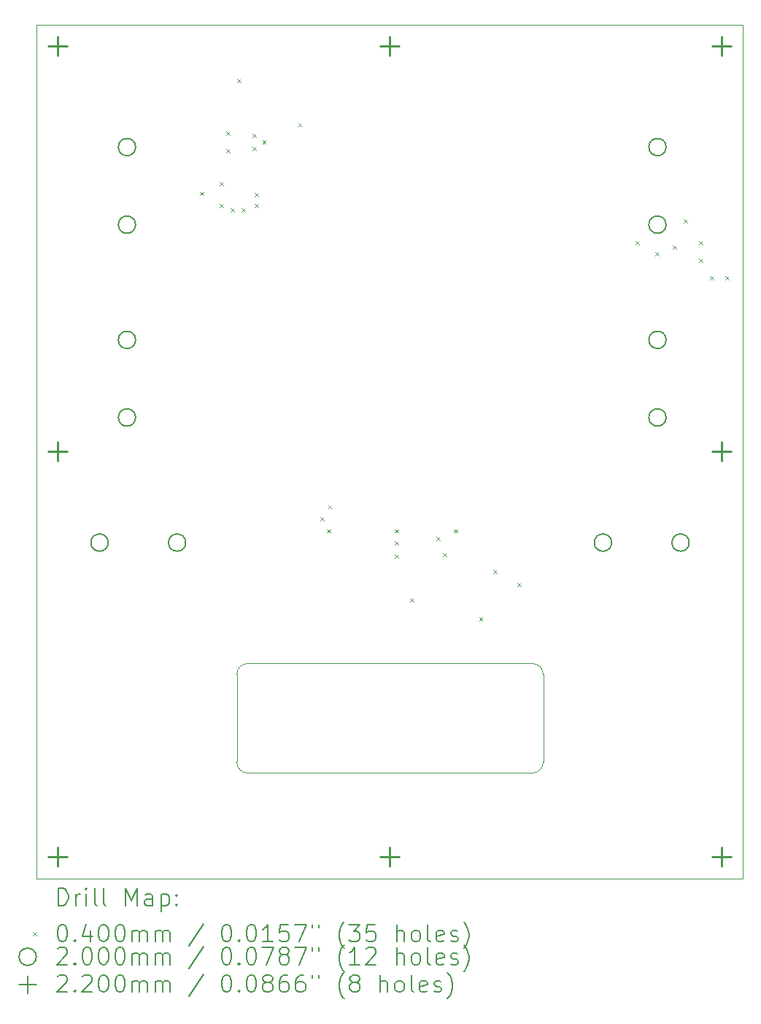
<source format=gbr>
%FSLAX45Y45*%
G04 Gerber Fmt 4.5, Leading zero omitted, Abs format (unit mm)*
G04 Created by KiCad (PCBNEW (6.0.5)) date 2022-07-09 16:35:08*
%MOMM*%
%LPD*%
G01*
G04 APERTURE LIST*
%TA.AperFunction,Profile*%
%ADD10C,0.050000*%
%TD*%
%ADD11C,0.200000*%
%ADD12C,0.040000*%
%ADD13C,0.220000*%
G04 APERTURE END LIST*
D10*
X12065000Y-13081000D02*
X12065000Y-12065000D01*
X15621000Y-12065000D02*
X15621000Y-13081000D01*
X12192000Y-11938000D02*
X15494000Y-11938000D01*
X15494000Y-13208000D02*
X12192000Y-13208000D01*
X9740000Y-14431000D02*
X9740000Y-4531000D01*
X17940000Y-4531000D02*
X9740000Y-4531000D01*
X9740000Y-14431000D02*
X17940000Y-14431000D01*
X17940000Y-14431000D02*
X17940000Y-4531000D01*
X15621000Y-12065000D02*
G75*
G03*
X15494000Y-11938000I-127000J0D01*
G01*
X12065000Y-13081000D02*
G75*
G03*
X12192000Y-13208000I127000J0D01*
G01*
X12192000Y-11938000D02*
G75*
G03*
X12065000Y-12065000I0J-127000D01*
G01*
X15494000Y-13208000D02*
G75*
G03*
X15621000Y-13081000I0J127000D01*
G01*
D11*
D12*
X11638600Y-6469700D02*
X11678600Y-6509700D01*
X11678600Y-6469700D02*
X11638600Y-6509700D01*
X11867200Y-6355400D02*
X11907200Y-6395400D01*
X11907200Y-6355400D02*
X11867200Y-6395400D01*
X11867200Y-6609400D02*
X11907200Y-6649400D01*
X11907200Y-6609400D02*
X11867200Y-6649400D01*
X11943400Y-5771200D02*
X11983400Y-5811200D01*
X11983400Y-5771200D02*
X11943400Y-5811200D01*
X11943400Y-5974400D02*
X11983400Y-6014400D01*
X11983400Y-5974400D02*
X11943400Y-6014400D01*
X11994200Y-6660200D02*
X12034200Y-6700200D01*
X12034200Y-6660200D02*
X11994200Y-6700200D01*
X12071000Y-5162200D02*
X12111000Y-5202200D01*
X12111000Y-5162200D02*
X12071000Y-5202200D01*
X12121200Y-6660200D02*
X12161200Y-6700200D01*
X12161200Y-6660200D02*
X12121200Y-6700200D01*
X12248200Y-5796600D02*
X12288200Y-5836600D01*
X12288200Y-5796600D02*
X12248200Y-5836600D01*
X12248200Y-5949000D02*
X12288200Y-5989000D01*
X12288200Y-5949000D02*
X12248200Y-5989000D01*
X12273600Y-6482400D02*
X12313600Y-6522400D01*
X12313600Y-6482400D02*
X12273600Y-6522400D01*
X12273600Y-6609400D02*
X12313600Y-6649400D01*
X12313600Y-6609400D02*
X12273600Y-6649400D01*
X12362500Y-5872800D02*
X12402500Y-5912800D01*
X12402500Y-5872800D02*
X12362500Y-5912800D01*
X12776800Y-5674400D02*
X12816800Y-5714400D01*
X12816800Y-5674400D02*
X12776800Y-5714400D01*
X13035600Y-10241600D02*
X13075600Y-10281600D01*
X13075600Y-10241600D02*
X13035600Y-10281600D01*
X13111800Y-10381300D02*
X13151800Y-10421300D01*
X13151800Y-10381300D02*
X13111800Y-10421300D01*
X13124500Y-10101900D02*
X13164500Y-10141900D01*
X13164500Y-10101900D02*
X13124500Y-10141900D01*
X13899200Y-10381300D02*
X13939200Y-10421300D01*
X13939200Y-10381300D02*
X13899200Y-10421300D01*
X13899200Y-10521000D02*
X13939200Y-10561000D01*
X13939200Y-10521000D02*
X13899200Y-10561000D01*
X13899200Y-10673400D02*
X13939200Y-10713400D01*
X13939200Y-10673400D02*
X13899200Y-10713400D01*
X14077000Y-11181400D02*
X14117000Y-11221400D01*
X14117000Y-11181400D02*
X14077000Y-11221400D01*
X14381800Y-10470200D02*
X14421800Y-10510200D01*
X14421800Y-10470200D02*
X14381800Y-10510200D01*
X14459821Y-10658879D02*
X14499821Y-10698879D01*
X14499821Y-10658879D02*
X14459821Y-10698879D01*
X14585000Y-10381300D02*
X14625000Y-10421300D01*
X14625000Y-10381300D02*
X14585000Y-10421300D01*
X14877100Y-11403650D02*
X14917100Y-11443650D01*
X14917100Y-11403650D02*
X14877100Y-11443650D01*
X15040700Y-10849700D02*
X15080700Y-10889700D01*
X15080700Y-10849700D02*
X15040700Y-10889700D01*
X15321600Y-11003600D02*
X15361600Y-11043600D01*
X15361600Y-11003600D02*
X15321600Y-11043600D01*
X16693200Y-7041200D02*
X16733200Y-7081200D01*
X16733200Y-7041200D02*
X16693200Y-7081200D01*
X16921800Y-7168200D02*
X16961800Y-7208200D01*
X16961800Y-7168200D02*
X16921800Y-7208200D01*
X17125000Y-7092000D02*
X17165000Y-7132000D01*
X17165000Y-7092000D02*
X17125000Y-7132000D01*
X17252000Y-6787200D02*
X17292000Y-6827200D01*
X17292000Y-6787200D02*
X17252000Y-6827200D01*
X17429800Y-7041200D02*
X17469800Y-7081200D01*
X17469800Y-7041200D02*
X17429800Y-7081200D01*
X17429800Y-7244400D02*
X17469800Y-7284400D01*
X17469800Y-7244400D02*
X17429800Y-7284400D01*
X17556800Y-7447600D02*
X17596800Y-7487600D01*
X17596800Y-7447600D02*
X17556800Y-7487600D01*
X17734600Y-7447600D02*
X17774600Y-7487600D01*
X17774600Y-7447600D02*
X17734600Y-7487600D01*
D11*
X10572000Y-10536400D02*
G75*
G03*
X10572000Y-10536400I-100000J0D01*
G01*
X10890400Y-5950800D02*
G75*
G03*
X10890400Y-5950800I-100000J0D01*
G01*
X10890400Y-6850800D02*
G75*
G03*
X10890400Y-6850800I-100000J0D01*
G01*
X10890400Y-8186000D02*
G75*
G03*
X10890400Y-8186000I-100000J0D01*
G01*
X10890400Y-9086000D02*
G75*
G03*
X10890400Y-9086000I-100000J0D01*
G01*
X11472000Y-10536400D02*
G75*
G03*
X11472000Y-10536400I-100000J0D01*
G01*
X16414000Y-10536400D02*
G75*
G03*
X16414000Y-10536400I-100000J0D01*
G01*
X17046400Y-5950800D02*
G75*
G03*
X17046400Y-5950800I-100000J0D01*
G01*
X17046400Y-6850800D02*
G75*
G03*
X17046400Y-6850800I-100000J0D01*
G01*
X17046400Y-8186000D02*
G75*
G03*
X17046400Y-8186000I-100000J0D01*
G01*
X17046400Y-9086000D02*
G75*
G03*
X17046400Y-9086000I-100000J0D01*
G01*
X17314000Y-10536400D02*
G75*
G03*
X17314000Y-10536400I-100000J0D01*
G01*
D13*
X9990000Y-4671000D02*
X9990000Y-4891000D01*
X9880000Y-4781000D02*
X10100000Y-4781000D01*
X9990000Y-9371000D02*
X9990000Y-9591000D01*
X9880000Y-9481000D02*
X10100000Y-9481000D01*
X9990000Y-14071000D02*
X9990000Y-14291000D01*
X9880000Y-14181000D02*
X10100000Y-14181000D01*
X13840000Y-4671000D02*
X13840000Y-4891000D01*
X13730000Y-4781000D02*
X13950000Y-4781000D01*
X13840000Y-14071000D02*
X13840000Y-14291000D01*
X13730000Y-14181000D02*
X13950000Y-14181000D01*
X17690000Y-4671000D02*
X17690000Y-4891000D01*
X17580000Y-4781000D02*
X17800000Y-4781000D01*
X17690000Y-9371000D02*
X17690000Y-9591000D01*
X17580000Y-9481000D02*
X17800000Y-9481000D01*
X17690000Y-14071000D02*
X17690000Y-14291000D01*
X17580000Y-14181000D02*
X17800000Y-14181000D01*
D11*
X9995119Y-14743976D02*
X9995119Y-14543976D01*
X10042738Y-14543976D01*
X10071310Y-14553500D01*
X10090357Y-14572548D01*
X10099881Y-14591595D01*
X10109405Y-14629690D01*
X10109405Y-14658262D01*
X10099881Y-14696357D01*
X10090357Y-14715405D01*
X10071310Y-14734452D01*
X10042738Y-14743976D01*
X9995119Y-14743976D01*
X10195119Y-14743976D02*
X10195119Y-14610643D01*
X10195119Y-14648738D02*
X10204643Y-14629690D01*
X10214167Y-14620167D01*
X10233214Y-14610643D01*
X10252262Y-14610643D01*
X10318929Y-14743976D02*
X10318929Y-14610643D01*
X10318929Y-14543976D02*
X10309405Y-14553500D01*
X10318929Y-14563024D01*
X10328452Y-14553500D01*
X10318929Y-14543976D01*
X10318929Y-14563024D01*
X10442738Y-14743976D02*
X10423690Y-14734452D01*
X10414167Y-14715405D01*
X10414167Y-14543976D01*
X10547500Y-14743976D02*
X10528452Y-14734452D01*
X10518929Y-14715405D01*
X10518929Y-14543976D01*
X10776071Y-14743976D02*
X10776071Y-14543976D01*
X10842738Y-14686833D01*
X10909405Y-14543976D01*
X10909405Y-14743976D01*
X11090357Y-14743976D02*
X11090357Y-14639214D01*
X11080833Y-14620167D01*
X11061786Y-14610643D01*
X11023690Y-14610643D01*
X11004643Y-14620167D01*
X11090357Y-14734452D02*
X11071310Y-14743976D01*
X11023690Y-14743976D01*
X11004643Y-14734452D01*
X10995119Y-14715405D01*
X10995119Y-14696357D01*
X11004643Y-14677309D01*
X11023690Y-14667786D01*
X11071310Y-14667786D01*
X11090357Y-14658262D01*
X11185595Y-14610643D02*
X11185595Y-14810643D01*
X11185595Y-14620167D02*
X11204643Y-14610643D01*
X11242738Y-14610643D01*
X11261786Y-14620167D01*
X11271309Y-14629690D01*
X11280833Y-14648738D01*
X11280833Y-14705881D01*
X11271309Y-14724928D01*
X11261786Y-14734452D01*
X11242738Y-14743976D01*
X11204643Y-14743976D01*
X11185595Y-14734452D01*
X11366548Y-14724928D02*
X11376071Y-14734452D01*
X11366548Y-14743976D01*
X11357024Y-14734452D01*
X11366548Y-14724928D01*
X11366548Y-14743976D01*
X11366548Y-14620167D02*
X11376071Y-14629690D01*
X11366548Y-14639214D01*
X11357024Y-14629690D01*
X11366548Y-14620167D01*
X11366548Y-14639214D01*
D12*
X9697500Y-15053500D02*
X9737500Y-15093500D01*
X9737500Y-15053500D02*
X9697500Y-15093500D01*
D11*
X10033214Y-14963976D02*
X10052262Y-14963976D01*
X10071310Y-14973500D01*
X10080833Y-14983024D01*
X10090357Y-15002071D01*
X10099881Y-15040167D01*
X10099881Y-15087786D01*
X10090357Y-15125881D01*
X10080833Y-15144928D01*
X10071310Y-15154452D01*
X10052262Y-15163976D01*
X10033214Y-15163976D01*
X10014167Y-15154452D01*
X10004643Y-15144928D01*
X9995119Y-15125881D01*
X9985595Y-15087786D01*
X9985595Y-15040167D01*
X9995119Y-15002071D01*
X10004643Y-14983024D01*
X10014167Y-14973500D01*
X10033214Y-14963976D01*
X10185595Y-15144928D02*
X10195119Y-15154452D01*
X10185595Y-15163976D01*
X10176071Y-15154452D01*
X10185595Y-15144928D01*
X10185595Y-15163976D01*
X10366548Y-15030643D02*
X10366548Y-15163976D01*
X10318929Y-14954452D02*
X10271310Y-15097309D01*
X10395119Y-15097309D01*
X10509405Y-14963976D02*
X10528452Y-14963976D01*
X10547500Y-14973500D01*
X10557024Y-14983024D01*
X10566548Y-15002071D01*
X10576071Y-15040167D01*
X10576071Y-15087786D01*
X10566548Y-15125881D01*
X10557024Y-15144928D01*
X10547500Y-15154452D01*
X10528452Y-15163976D01*
X10509405Y-15163976D01*
X10490357Y-15154452D01*
X10480833Y-15144928D01*
X10471310Y-15125881D01*
X10461786Y-15087786D01*
X10461786Y-15040167D01*
X10471310Y-15002071D01*
X10480833Y-14983024D01*
X10490357Y-14973500D01*
X10509405Y-14963976D01*
X10699881Y-14963976D02*
X10718929Y-14963976D01*
X10737976Y-14973500D01*
X10747500Y-14983024D01*
X10757024Y-15002071D01*
X10766548Y-15040167D01*
X10766548Y-15087786D01*
X10757024Y-15125881D01*
X10747500Y-15144928D01*
X10737976Y-15154452D01*
X10718929Y-15163976D01*
X10699881Y-15163976D01*
X10680833Y-15154452D01*
X10671310Y-15144928D01*
X10661786Y-15125881D01*
X10652262Y-15087786D01*
X10652262Y-15040167D01*
X10661786Y-15002071D01*
X10671310Y-14983024D01*
X10680833Y-14973500D01*
X10699881Y-14963976D01*
X10852262Y-15163976D02*
X10852262Y-15030643D01*
X10852262Y-15049690D02*
X10861786Y-15040167D01*
X10880833Y-15030643D01*
X10909405Y-15030643D01*
X10928452Y-15040167D01*
X10937976Y-15059214D01*
X10937976Y-15163976D01*
X10937976Y-15059214D02*
X10947500Y-15040167D01*
X10966548Y-15030643D01*
X10995119Y-15030643D01*
X11014167Y-15040167D01*
X11023690Y-15059214D01*
X11023690Y-15163976D01*
X11118929Y-15163976D02*
X11118929Y-15030643D01*
X11118929Y-15049690D02*
X11128452Y-15040167D01*
X11147500Y-15030643D01*
X11176071Y-15030643D01*
X11195119Y-15040167D01*
X11204643Y-15059214D01*
X11204643Y-15163976D01*
X11204643Y-15059214D02*
X11214167Y-15040167D01*
X11233214Y-15030643D01*
X11261786Y-15030643D01*
X11280833Y-15040167D01*
X11290357Y-15059214D01*
X11290357Y-15163976D01*
X11680833Y-14954452D02*
X11509405Y-15211595D01*
X11937976Y-14963976D02*
X11957024Y-14963976D01*
X11976071Y-14973500D01*
X11985595Y-14983024D01*
X11995119Y-15002071D01*
X12004643Y-15040167D01*
X12004643Y-15087786D01*
X11995119Y-15125881D01*
X11985595Y-15144928D01*
X11976071Y-15154452D01*
X11957024Y-15163976D01*
X11937976Y-15163976D01*
X11918928Y-15154452D01*
X11909405Y-15144928D01*
X11899881Y-15125881D01*
X11890357Y-15087786D01*
X11890357Y-15040167D01*
X11899881Y-15002071D01*
X11909405Y-14983024D01*
X11918928Y-14973500D01*
X11937976Y-14963976D01*
X12090357Y-15144928D02*
X12099881Y-15154452D01*
X12090357Y-15163976D01*
X12080833Y-15154452D01*
X12090357Y-15144928D01*
X12090357Y-15163976D01*
X12223690Y-14963976D02*
X12242738Y-14963976D01*
X12261786Y-14973500D01*
X12271309Y-14983024D01*
X12280833Y-15002071D01*
X12290357Y-15040167D01*
X12290357Y-15087786D01*
X12280833Y-15125881D01*
X12271309Y-15144928D01*
X12261786Y-15154452D01*
X12242738Y-15163976D01*
X12223690Y-15163976D01*
X12204643Y-15154452D01*
X12195119Y-15144928D01*
X12185595Y-15125881D01*
X12176071Y-15087786D01*
X12176071Y-15040167D01*
X12185595Y-15002071D01*
X12195119Y-14983024D01*
X12204643Y-14973500D01*
X12223690Y-14963976D01*
X12480833Y-15163976D02*
X12366548Y-15163976D01*
X12423690Y-15163976D02*
X12423690Y-14963976D01*
X12404643Y-14992548D01*
X12385595Y-15011595D01*
X12366548Y-15021119D01*
X12661786Y-14963976D02*
X12566548Y-14963976D01*
X12557024Y-15059214D01*
X12566548Y-15049690D01*
X12585595Y-15040167D01*
X12633214Y-15040167D01*
X12652262Y-15049690D01*
X12661786Y-15059214D01*
X12671309Y-15078262D01*
X12671309Y-15125881D01*
X12661786Y-15144928D01*
X12652262Y-15154452D01*
X12633214Y-15163976D01*
X12585595Y-15163976D01*
X12566548Y-15154452D01*
X12557024Y-15144928D01*
X12737976Y-14963976D02*
X12871309Y-14963976D01*
X12785595Y-15163976D01*
X12937976Y-14963976D02*
X12937976Y-15002071D01*
X13014167Y-14963976D02*
X13014167Y-15002071D01*
X13309405Y-15240167D02*
X13299881Y-15230643D01*
X13280833Y-15202071D01*
X13271309Y-15183024D01*
X13261786Y-15154452D01*
X13252262Y-15106833D01*
X13252262Y-15068738D01*
X13261786Y-15021119D01*
X13271309Y-14992548D01*
X13280833Y-14973500D01*
X13299881Y-14944928D01*
X13309405Y-14935405D01*
X13366548Y-14963976D02*
X13490357Y-14963976D01*
X13423690Y-15040167D01*
X13452262Y-15040167D01*
X13471309Y-15049690D01*
X13480833Y-15059214D01*
X13490357Y-15078262D01*
X13490357Y-15125881D01*
X13480833Y-15144928D01*
X13471309Y-15154452D01*
X13452262Y-15163976D01*
X13395119Y-15163976D01*
X13376071Y-15154452D01*
X13366548Y-15144928D01*
X13671309Y-14963976D02*
X13576071Y-14963976D01*
X13566548Y-15059214D01*
X13576071Y-15049690D01*
X13595119Y-15040167D01*
X13642738Y-15040167D01*
X13661786Y-15049690D01*
X13671309Y-15059214D01*
X13680833Y-15078262D01*
X13680833Y-15125881D01*
X13671309Y-15144928D01*
X13661786Y-15154452D01*
X13642738Y-15163976D01*
X13595119Y-15163976D01*
X13576071Y-15154452D01*
X13566548Y-15144928D01*
X13918928Y-15163976D02*
X13918928Y-14963976D01*
X14004643Y-15163976D02*
X14004643Y-15059214D01*
X13995119Y-15040167D01*
X13976071Y-15030643D01*
X13947500Y-15030643D01*
X13928452Y-15040167D01*
X13918928Y-15049690D01*
X14128452Y-15163976D02*
X14109405Y-15154452D01*
X14099881Y-15144928D01*
X14090357Y-15125881D01*
X14090357Y-15068738D01*
X14099881Y-15049690D01*
X14109405Y-15040167D01*
X14128452Y-15030643D01*
X14157024Y-15030643D01*
X14176071Y-15040167D01*
X14185595Y-15049690D01*
X14195119Y-15068738D01*
X14195119Y-15125881D01*
X14185595Y-15144928D01*
X14176071Y-15154452D01*
X14157024Y-15163976D01*
X14128452Y-15163976D01*
X14309405Y-15163976D02*
X14290357Y-15154452D01*
X14280833Y-15135405D01*
X14280833Y-14963976D01*
X14461786Y-15154452D02*
X14442738Y-15163976D01*
X14404643Y-15163976D01*
X14385595Y-15154452D01*
X14376071Y-15135405D01*
X14376071Y-15059214D01*
X14385595Y-15040167D01*
X14404643Y-15030643D01*
X14442738Y-15030643D01*
X14461786Y-15040167D01*
X14471309Y-15059214D01*
X14471309Y-15078262D01*
X14376071Y-15097309D01*
X14547500Y-15154452D02*
X14566548Y-15163976D01*
X14604643Y-15163976D01*
X14623690Y-15154452D01*
X14633214Y-15135405D01*
X14633214Y-15125881D01*
X14623690Y-15106833D01*
X14604643Y-15097309D01*
X14576071Y-15097309D01*
X14557024Y-15087786D01*
X14547500Y-15068738D01*
X14547500Y-15059214D01*
X14557024Y-15040167D01*
X14576071Y-15030643D01*
X14604643Y-15030643D01*
X14623690Y-15040167D01*
X14699881Y-15240167D02*
X14709405Y-15230643D01*
X14728452Y-15202071D01*
X14737976Y-15183024D01*
X14747500Y-15154452D01*
X14757024Y-15106833D01*
X14757024Y-15068738D01*
X14747500Y-15021119D01*
X14737976Y-14992548D01*
X14728452Y-14973500D01*
X14709405Y-14944928D01*
X14699881Y-14935405D01*
X9737500Y-15337500D02*
G75*
G03*
X9737500Y-15337500I-100000J0D01*
G01*
X9985595Y-15247024D02*
X9995119Y-15237500D01*
X10014167Y-15227976D01*
X10061786Y-15227976D01*
X10080833Y-15237500D01*
X10090357Y-15247024D01*
X10099881Y-15266071D01*
X10099881Y-15285119D01*
X10090357Y-15313690D01*
X9976071Y-15427976D01*
X10099881Y-15427976D01*
X10185595Y-15408928D02*
X10195119Y-15418452D01*
X10185595Y-15427976D01*
X10176071Y-15418452D01*
X10185595Y-15408928D01*
X10185595Y-15427976D01*
X10318929Y-15227976D02*
X10337976Y-15227976D01*
X10357024Y-15237500D01*
X10366548Y-15247024D01*
X10376071Y-15266071D01*
X10385595Y-15304167D01*
X10385595Y-15351786D01*
X10376071Y-15389881D01*
X10366548Y-15408928D01*
X10357024Y-15418452D01*
X10337976Y-15427976D01*
X10318929Y-15427976D01*
X10299881Y-15418452D01*
X10290357Y-15408928D01*
X10280833Y-15389881D01*
X10271310Y-15351786D01*
X10271310Y-15304167D01*
X10280833Y-15266071D01*
X10290357Y-15247024D01*
X10299881Y-15237500D01*
X10318929Y-15227976D01*
X10509405Y-15227976D02*
X10528452Y-15227976D01*
X10547500Y-15237500D01*
X10557024Y-15247024D01*
X10566548Y-15266071D01*
X10576071Y-15304167D01*
X10576071Y-15351786D01*
X10566548Y-15389881D01*
X10557024Y-15408928D01*
X10547500Y-15418452D01*
X10528452Y-15427976D01*
X10509405Y-15427976D01*
X10490357Y-15418452D01*
X10480833Y-15408928D01*
X10471310Y-15389881D01*
X10461786Y-15351786D01*
X10461786Y-15304167D01*
X10471310Y-15266071D01*
X10480833Y-15247024D01*
X10490357Y-15237500D01*
X10509405Y-15227976D01*
X10699881Y-15227976D02*
X10718929Y-15227976D01*
X10737976Y-15237500D01*
X10747500Y-15247024D01*
X10757024Y-15266071D01*
X10766548Y-15304167D01*
X10766548Y-15351786D01*
X10757024Y-15389881D01*
X10747500Y-15408928D01*
X10737976Y-15418452D01*
X10718929Y-15427976D01*
X10699881Y-15427976D01*
X10680833Y-15418452D01*
X10671310Y-15408928D01*
X10661786Y-15389881D01*
X10652262Y-15351786D01*
X10652262Y-15304167D01*
X10661786Y-15266071D01*
X10671310Y-15247024D01*
X10680833Y-15237500D01*
X10699881Y-15227976D01*
X10852262Y-15427976D02*
X10852262Y-15294643D01*
X10852262Y-15313690D02*
X10861786Y-15304167D01*
X10880833Y-15294643D01*
X10909405Y-15294643D01*
X10928452Y-15304167D01*
X10937976Y-15323214D01*
X10937976Y-15427976D01*
X10937976Y-15323214D02*
X10947500Y-15304167D01*
X10966548Y-15294643D01*
X10995119Y-15294643D01*
X11014167Y-15304167D01*
X11023690Y-15323214D01*
X11023690Y-15427976D01*
X11118929Y-15427976D02*
X11118929Y-15294643D01*
X11118929Y-15313690D02*
X11128452Y-15304167D01*
X11147500Y-15294643D01*
X11176071Y-15294643D01*
X11195119Y-15304167D01*
X11204643Y-15323214D01*
X11204643Y-15427976D01*
X11204643Y-15323214D02*
X11214167Y-15304167D01*
X11233214Y-15294643D01*
X11261786Y-15294643D01*
X11280833Y-15304167D01*
X11290357Y-15323214D01*
X11290357Y-15427976D01*
X11680833Y-15218452D02*
X11509405Y-15475595D01*
X11937976Y-15227976D02*
X11957024Y-15227976D01*
X11976071Y-15237500D01*
X11985595Y-15247024D01*
X11995119Y-15266071D01*
X12004643Y-15304167D01*
X12004643Y-15351786D01*
X11995119Y-15389881D01*
X11985595Y-15408928D01*
X11976071Y-15418452D01*
X11957024Y-15427976D01*
X11937976Y-15427976D01*
X11918928Y-15418452D01*
X11909405Y-15408928D01*
X11899881Y-15389881D01*
X11890357Y-15351786D01*
X11890357Y-15304167D01*
X11899881Y-15266071D01*
X11909405Y-15247024D01*
X11918928Y-15237500D01*
X11937976Y-15227976D01*
X12090357Y-15408928D02*
X12099881Y-15418452D01*
X12090357Y-15427976D01*
X12080833Y-15418452D01*
X12090357Y-15408928D01*
X12090357Y-15427976D01*
X12223690Y-15227976D02*
X12242738Y-15227976D01*
X12261786Y-15237500D01*
X12271309Y-15247024D01*
X12280833Y-15266071D01*
X12290357Y-15304167D01*
X12290357Y-15351786D01*
X12280833Y-15389881D01*
X12271309Y-15408928D01*
X12261786Y-15418452D01*
X12242738Y-15427976D01*
X12223690Y-15427976D01*
X12204643Y-15418452D01*
X12195119Y-15408928D01*
X12185595Y-15389881D01*
X12176071Y-15351786D01*
X12176071Y-15304167D01*
X12185595Y-15266071D01*
X12195119Y-15247024D01*
X12204643Y-15237500D01*
X12223690Y-15227976D01*
X12357024Y-15227976D02*
X12490357Y-15227976D01*
X12404643Y-15427976D01*
X12595119Y-15313690D02*
X12576071Y-15304167D01*
X12566548Y-15294643D01*
X12557024Y-15275595D01*
X12557024Y-15266071D01*
X12566548Y-15247024D01*
X12576071Y-15237500D01*
X12595119Y-15227976D01*
X12633214Y-15227976D01*
X12652262Y-15237500D01*
X12661786Y-15247024D01*
X12671309Y-15266071D01*
X12671309Y-15275595D01*
X12661786Y-15294643D01*
X12652262Y-15304167D01*
X12633214Y-15313690D01*
X12595119Y-15313690D01*
X12576071Y-15323214D01*
X12566548Y-15332738D01*
X12557024Y-15351786D01*
X12557024Y-15389881D01*
X12566548Y-15408928D01*
X12576071Y-15418452D01*
X12595119Y-15427976D01*
X12633214Y-15427976D01*
X12652262Y-15418452D01*
X12661786Y-15408928D01*
X12671309Y-15389881D01*
X12671309Y-15351786D01*
X12661786Y-15332738D01*
X12652262Y-15323214D01*
X12633214Y-15313690D01*
X12737976Y-15227976D02*
X12871309Y-15227976D01*
X12785595Y-15427976D01*
X12937976Y-15227976D02*
X12937976Y-15266071D01*
X13014167Y-15227976D02*
X13014167Y-15266071D01*
X13309405Y-15504167D02*
X13299881Y-15494643D01*
X13280833Y-15466071D01*
X13271309Y-15447024D01*
X13261786Y-15418452D01*
X13252262Y-15370833D01*
X13252262Y-15332738D01*
X13261786Y-15285119D01*
X13271309Y-15256548D01*
X13280833Y-15237500D01*
X13299881Y-15208928D01*
X13309405Y-15199405D01*
X13490357Y-15427976D02*
X13376071Y-15427976D01*
X13433214Y-15427976D02*
X13433214Y-15227976D01*
X13414167Y-15256548D01*
X13395119Y-15275595D01*
X13376071Y-15285119D01*
X13566548Y-15247024D02*
X13576071Y-15237500D01*
X13595119Y-15227976D01*
X13642738Y-15227976D01*
X13661786Y-15237500D01*
X13671309Y-15247024D01*
X13680833Y-15266071D01*
X13680833Y-15285119D01*
X13671309Y-15313690D01*
X13557024Y-15427976D01*
X13680833Y-15427976D01*
X13918928Y-15427976D02*
X13918928Y-15227976D01*
X14004643Y-15427976D02*
X14004643Y-15323214D01*
X13995119Y-15304167D01*
X13976071Y-15294643D01*
X13947500Y-15294643D01*
X13928452Y-15304167D01*
X13918928Y-15313690D01*
X14128452Y-15427976D02*
X14109405Y-15418452D01*
X14099881Y-15408928D01*
X14090357Y-15389881D01*
X14090357Y-15332738D01*
X14099881Y-15313690D01*
X14109405Y-15304167D01*
X14128452Y-15294643D01*
X14157024Y-15294643D01*
X14176071Y-15304167D01*
X14185595Y-15313690D01*
X14195119Y-15332738D01*
X14195119Y-15389881D01*
X14185595Y-15408928D01*
X14176071Y-15418452D01*
X14157024Y-15427976D01*
X14128452Y-15427976D01*
X14309405Y-15427976D02*
X14290357Y-15418452D01*
X14280833Y-15399405D01*
X14280833Y-15227976D01*
X14461786Y-15418452D02*
X14442738Y-15427976D01*
X14404643Y-15427976D01*
X14385595Y-15418452D01*
X14376071Y-15399405D01*
X14376071Y-15323214D01*
X14385595Y-15304167D01*
X14404643Y-15294643D01*
X14442738Y-15294643D01*
X14461786Y-15304167D01*
X14471309Y-15323214D01*
X14471309Y-15342262D01*
X14376071Y-15361309D01*
X14547500Y-15418452D02*
X14566548Y-15427976D01*
X14604643Y-15427976D01*
X14623690Y-15418452D01*
X14633214Y-15399405D01*
X14633214Y-15389881D01*
X14623690Y-15370833D01*
X14604643Y-15361309D01*
X14576071Y-15361309D01*
X14557024Y-15351786D01*
X14547500Y-15332738D01*
X14547500Y-15323214D01*
X14557024Y-15304167D01*
X14576071Y-15294643D01*
X14604643Y-15294643D01*
X14623690Y-15304167D01*
X14699881Y-15504167D02*
X14709405Y-15494643D01*
X14728452Y-15466071D01*
X14737976Y-15447024D01*
X14747500Y-15418452D01*
X14757024Y-15370833D01*
X14757024Y-15332738D01*
X14747500Y-15285119D01*
X14737976Y-15256548D01*
X14728452Y-15237500D01*
X14709405Y-15208928D01*
X14699881Y-15199405D01*
X9637500Y-15557500D02*
X9637500Y-15757500D01*
X9537500Y-15657500D02*
X9737500Y-15657500D01*
X9985595Y-15567024D02*
X9995119Y-15557500D01*
X10014167Y-15547976D01*
X10061786Y-15547976D01*
X10080833Y-15557500D01*
X10090357Y-15567024D01*
X10099881Y-15586071D01*
X10099881Y-15605119D01*
X10090357Y-15633690D01*
X9976071Y-15747976D01*
X10099881Y-15747976D01*
X10185595Y-15728928D02*
X10195119Y-15738452D01*
X10185595Y-15747976D01*
X10176071Y-15738452D01*
X10185595Y-15728928D01*
X10185595Y-15747976D01*
X10271310Y-15567024D02*
X10280833Y-15557500D01*
X10299881Y-15547976D01*
X10347500Y-15547976D01*
X10366548Y-15557500D01*
X10376071Y-15567024D01*
X10385595Y-15586071D01*
X10385595Y-15605119D01*
X10376071Y-15633690D01*
X10261786Y-15747976D01*
X10385595Y-15747976D01*
X10509405Y-15547976D02*
X10528452Y-15547976D01*
X10547500Y-15557500D01*
X10557024Y-15567024D01*
X10566548Y-15586071D01*
X10576071Y-15624167D01*
X10576071Y-15671786D01*
X10566548Y-15709881D01*
X10557024Y-15728928D01*
X10547500Y-15738452D01*
X10528452Y-15747976D01*
X10509405Y-15747976D01*
X10490357Y-15738452D01*
X10480833Y-15728928D01*
X10471310Y-15709881D01*
X10461786Y-15671786D01*
X10461786Y-15624167D01*
X10471310Y-15586071D01*
X10480833Y-15567024D01*
X10490357Y-15557500D01*
X10509405Y-15547976D01*
X10699881Y-15547976D02*
X10718929Y-15547976D01*
X10737976Y-15557500D01*
X10747500Y-15567024D01*
X10757024Y-15586071D01*
X10766548Y-15624167D01*
X10766548Y-15671786D01*
X10757024Y-15709881D01*
X10747500Y-15728928D01*
X10737976Y-15738452D01*
X10718929Y-15747976D01*
X10699881Y-15747976D01*
X10680833Y-15738452D01*
X10671310Y-15728928D01*
X10661786Y-15709881D01*
X10652262Y-15671786D01*
X10652262Y-15624167D01*
X10661786Y-15586071D01*
X10671310Y-15567024D01*
X10680833Y-15557500D01*
X10699881Y-15547976D01*
X10852262Y-15747976D02*
X10852262Y-15614643D01*
X10852262Y-15633690D02*
X10861786Y-15624167D01*
X10880833Y-15614643D01*
X10909405Y-15614643D01*
X10928452Y-15624167D01*
X10937976Y-15643214D01*
X10937976Y-15747976D01*
X10937976Y-15643214D02*
X10947500Y-15624167D01*
X10966548Y-15614643D01*
X10995119Y-15614643D01*
X11014167Y-15624167D01*
X11023690Y-15643214D01*
X11023690Y-15747976D01*
X11118929Y-15747976D02*
X11118929Y-15614643D01*
X11118929Y-15633690D02*
X11128452Y-15624167D01*
X11147500Y-15614643D01*
X11176071Y-15614643D01*
X11195119Y-15624167D01*
X11204643Y-15643214D01*
X11204643Y-15747976D01*
X11204643Y-15643214D02*
X11214167Y-15624167D01*
X11233214Y-15614643D01*
X11261786Y-15614643D01*
X11280833Y-15624167D01*
X11290357Y-15643214D01*
X11290357Y-15747976D01*
X11680833Y-15538452D02*
X11509405Y-15795595D01*
X11937976Y-15547976D02*
X11957024Y-15547976D01*
X11976071Y-15557500D01*
X11985595Y-15567024D01*
X11995119Y-15586071D01*
X12004643Y-15624167D01*
X12004643Y-15671786D01*
X11995119Y-15709881D01*
X11985595Y-15728928D01*
X11976071Y-15738452D01*
X11957024Y-15747976D01*
X11937976Y-15747976D01*
X11918928Y-15738452D01*
X11909405Y-15728928D01*
X11899881Y-15709881D01*
X11890357Y-15671786D01*
X11890357Y-15624167D01*
X11899881Y-15586071D01*
X11909405Y-15567024D01*
X11918928Y-15557500D01*
X11937976Y-15547976D01*
X12090357Y-15728928D02*
X12099881Y-15738452D01*
X12090357Y-15747976D01*
X12080833Y-15738452D01*
X12090357Y-15728928D01*
X12090357Y-15747976D01*
X12223690Y-15547976D02*
X12242738Y-15547976D01*
X12261786Y-15557500D01*
X12271309Y-15567024D01*
X12280833Y-15586071D01*
X12290357Y-15624167D01*
X12290357Y-15671786D01*
X12280833Y-15709881D01*
X12271309Y-15728928D01*
X12261786Y-15738452D01*
X12242738Y-15747976D01*
X12223690Y-15747976D01*
X12204643Y-15738452D01*
X12195119Y-15728928D01*
X12185595Y-15709881D01*
X12176071Y-15671786D01*
X12176071Y-15624167D01*
X12185595Y-15586071D01*
X12195119Y-15567024D01*
X12204643Y-15557500D01*
X12223690Y-15547976D01*
X12404643Y-15633690D02*
X12385595Y-15624167D01*
X12376071Y-15614643D01*
X12366548Y-15595595D01*
X12366548Y-15586071D01*
X12376071Y-15567024D01*
X12385595Y-15557500D01*
X12404643Y-15547976D01*
X12442738Y-15547976D01*
X12461786Y-15557500D01*
X12471309Y-15567024D01*
X12480833Y-15586071D01*
X12480833Y-15595595D01*
X12471309Y-15614643D01*
X12461786Y-15624167D01*
X12442738Y-15633690D01*
X12404643Y-15633690D01*
X12385595Y-15643214D01*
X12376071Y-15652738D01*
X12366548Y-15671786D01*
X12366548Y-15709881D01*
X12376071Y-15728928D01*
X12385595Y-15738452D01*
X12404643Y-15747976D01*
X12442738Y-15747976D01*
X12461786Y-15738452D01*
X12471309Y-15728928D01*
X12480833Y-15709881D01*
X12480833Y-15671786D01*
X12471309Y-15652738D01*
X12461786Y-15643214D01*
X12442738Y-15633690D01*
X12652262Y-15547976D02*
X12614167Y-15547976D01*
X12595119Y-15557500D01*
X12585595Y-15567024D01*
X12566548Y-15595595D01*
X12557024Y-15633690D01*
X12557024Y-15709881D01*
X12566548Y-15728928D01*
X12576071Y-15738452D01*
X12595119Y-15747976D01*
X12633214Y-15747976D01*
X12652262Y-15738452D01*
X12661786Y-15728928D01*
X12671309Y-15709881D01*
X12671309Y-15662262D01*
X12661786Y-15643214D01*
X12652262Y-15633690D01*
X12633214Y-15624167D01*
X12595119Y-15624167D01*
X12576071Y-15633690D01*
X12566548Y-15643214D01*
X12557024Y-15662262D01*
X12842738Y-15547976D02*
X12804643Y-15547976D01*
X12785595Y-15557500D01*
X12776071Y-15567024D01*
X12757024Y-15595595D01*
X12747500Y-15633690D01*
X12747500Y-15709881D01*
X12757024Y-15728928D01*
X12766548Y-15738452D01*
X12785595Y-15747976D01*
X12823690Y-15747976D01*
X12842738Y-15738452D01*
X12852262Y-15728928D01*
X12861786Y-15709881D01*
X12861786Y-15662262D01*
X12852262Y-15643214D01*
X12842738Y-15633690D01*
X12823690Y-15624167D01*
X12785595Y-15624167D01*
X12766548Y-15633690D01*
X12757024Y-15643214D01*
X12747500Y-15662262D01*
X12937976Y-15547976D02*
X12937976Y-15586071D01*
X13014167Y-15547976D02*
X13014167Y-15586071D01*
X13309405Y-15824167D02*
X13299881Y-15814643D01*
X13280833Y-15786071D01*
X13271309Y-15767024D01*
X13261786Y-15738452D01*
X13252262Y-15690833D01*
X13252262Y-15652738D01*
X13261786Y-15605119D01*
X13271309Y-15576548D01*
X13280833Y-15557500D01*
X13299881Y-15528928D01*
X13309405Y-15519405D01*
X13414167Y-15633690D02*
X13395119Y-15624167D01*
X13385595Y-15614643D01*
X13376071Y-15595595D01*
X13376071Y-15586071D01*
X13385595Y-15567024D01*
X13395119Y-15557500D01*
X13414167Y-15547976D01*
X13452262Y-15547976D01*
X13471309Y-15557500D01*
X13480833Y-15567024D01*
X13490357Y-15586071D01*
X13490357Y-15595595D01*
X13480833Y-15614643D01*
X13471309Y-15624167D01*
X13452262Y-15633690D01*
X13414167Y-15633690D01*
X13395119Y-15643214D01*
X13385595Y-15652738D01*
X13376071Y-15671786D01*
X13376071Y-15709881D01*
X13385595Y-15728928D01*
X13395119Y-15738452D01*
X13414167Y-15747976D01*
X13452262Y-15747976D01*
X13471309Y-15738452D01*
X13480833Y-15728928D01*
X13490357Y-15709881D01*
X13490357Y-15671786D01*
X13480833Y-15652738D01*
X13471309Y-15643214D01*
X13452262Y-15633690D01*
X13728452Y-15747976D02*
X13728452Y-15547976D01*
X13814167Y-15747976D02*
X13814167Y-15643214D01*
X13804643Y-15624167D01*
X13785595Y-15614643D01*
X13757024Y-15614643D01*
X13737976Y-15624167D01*
X13728452Y-15633690D01*
X13937976Y-15747976D02*
X13918928Y-15738452D01*
X13909405Y-15728928D01*
X13899881Y-15709881D01*
X13899881Y-15652738D01*
X13909405Y-15633690D01*
X13918928Y-15624167D01*
X13937976Y-15614643D01*
X13966548Y-15614643D01*
X13985595Y-15624167D01*
X13995119Y-15633690D01*
X14004643Y-15652738D01*
X14004643Y-15709881D01*
X13995119Y-15728928D01*
X13985595Y-15738452D01*
X13966548Y-15747976D01*
X13937976Y-15747976D01*
X14118928Y-15747976D02*
X14099881Y-15738452D01*
X14090357Y-15719405D01*
X14090357Y-15547976D01*
X14271309Y-15738452D02*
X14252262Y-15747976D01*
X14214167Y-15747976D01*
X14195119Y-15738452D01*
X14185595Y-15719405D01*
X14185595Y-15643214D01*
X14195119Y-15624167D01*
X14214167Y-15614643D01*
X14252262Y-15614643D01*
X14271309Y-15624167D01*
X14280833Y-15643214D01*
X14280833Y-15662262D01*
X14185595Y-15681309D01*
X14357024Y-15738452D02*
X14376071Y-15747976D01*
X14414167Y-15747976D01*
X14433214Y-15738452D01*
X14442738Y-15719405D01*
X14442738Y-15709881D01*
X14433214Y-15690833D01*
X14414167Y-15681309D01*
X14385595Y-15681309D01*
X14366548Y-15671786D01*
X14357024Y-15652738D01*
X14357024Y-15643214D01*
X14366548Y-15624167D01*
X14385595Y-15614643D01*
X14414167Y-15614643D01*
X14433214Y-15624167D01*
X14509405Y-15824167D02*
X14518928Y-15814643D01*
X14537976Y-15786071D01*
X14547500Y-15767024D01*
X14557024Y-15738452D01*
X14566548Y-15690833D01*
X14566548Y-15652738D01*
X14557024Y-15605119D01*
X14547500Y-15576548D01*
X14537976Y-15557500D01*
X14518928Y-15528928D01*
X14509405Y-15519405D01*
M02*

</source>
